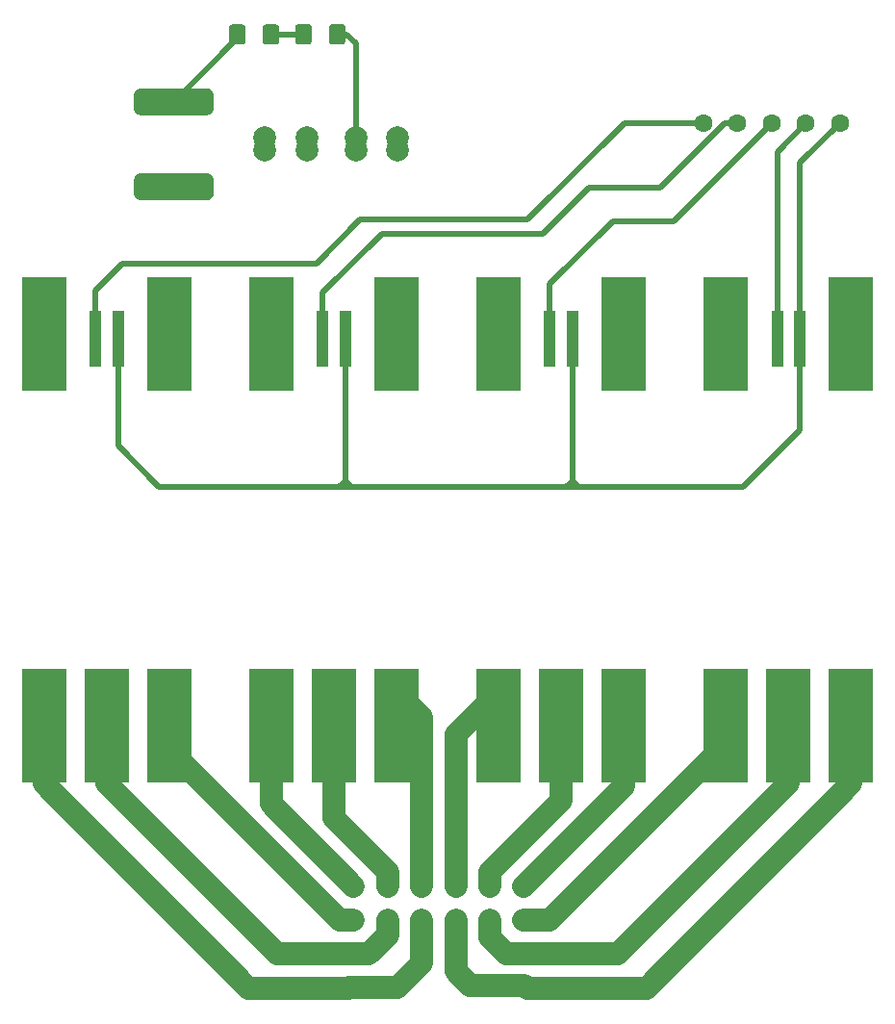
<source format=gtl>
G04 #@! TF.GenerationSoftware,KiCad,Pcbnew,(5.0.2)-1*
G04 #@! TF.CreationDate,2022-03-17T12:51:48+05:30*
G04 #@! TF.ProjectId,4ESC_board,34455343-5f62-46f6-9172-642e6b696361,rev?*
G04 #@! TF.SameCoordinates,Original*
G04 #@! TF.FileFunction,Copper,L1,Top*
G04 #@! TF.FilePolarity,Positive*
%FSLAX46Y46*%
G04 Gerber Fmt 4.6, Leading zero omitted, Abs format (unit mm)*
G04 Created by KiCad (PCBNEW (5.0.2)-1) date 03/17/22 12:51:48*
%MOMM*%
%LPD*%
G01*
G04 APERTURE LIST*
G04 #@! TA.AperFunction,ComponentPad*
%ADD10C,2.000000*%
G04 #@! TD*
G04 #@! TA.AperFunction,Conductor*
%ADD11C,0.100000*%
G04 #@! TD*
G04 #@! TA.AperFunction,SMDPad,CuDef*
%ADD12C,1.425000*%
G04 #@! TD*
G04 #@! TA.AperFunction,ComponentPad*
%ADD13R,4.000000X10.000000*%
G04 #@! TD*
G04 #@! TA.AperFunction,SMDPad,CuDef*
%ADD14R,1.000000X5.000000*%
G04 #@! TD*
G04 #@! TA.AperFunction,ComponentPad*
%ADD15C,1.605000*%
G04 #@! TD*
G04 #@! TA.AperFunction,ComponentPad*
%ADD16C,1.530000*%
G04 #@! TD*
G04 #@! TA.AperFunction,ComponentPad*
%ADD17C,2.350000*%
G04 #@! TD*
G04 #@! TA.AperFunction,Conductor*
%ADD18C,0.500000*%
G04 #@! TD*
G04 #@! TA.AperFunction,Conductor*
%ADD19C,2.000000*%
G04 #@! TD*
G04 APERTURE END LIST*
D10*
G04 #@! TO.P,F1,2*
G04 #@! TO.N,Net-(C1-Pad2)*
X102420000Y-45271200D03*
X102420000Y-46388800D03*
X106119998Y-45271200D03*
X106119998Y-46388800D03*
G04 #@! TO.P,F1,1*
G04 #@! TO.N,/GND*
X110420000Y-45271200D03*
X110420000Y-46388800D03*
X114119997Y-45271200D03*
X114119997Y-46388800D03*
G04 #@! TD*
D11*
G04 #@! TO.N,/GND*
G04 #@! TO.C,R1*
G36*
X109277004Y-35306204D02*
X109301273Y-35309804D01*
X109325071Y-35315765D01*
X109348171Y-35324030D01*
X109370349Y-35334520D01*
X109391393Y-35347133D01*
X109411098Y-35361747D01*
X109429277Y-35378223D01*
X109445753Y-35396402D01*
X109460367Y-35416107D01*
X109472980Y-35437151D01*
X109483470Y-35459329D01*
X109491735Y-35482429D01*
X109497696Y-35506227D01*
X109501296Y-35530496D01*
X109502500Y-35555000D01*
X109502500Y-36805000D01*
X109501296Y-36829504D01*
X109497696Y-36853773D01*
X109491735Y-36877571D01*
X109483470Y-36900671D01*
X109472980Y-36922849D01*
X109460367Y-36943893D01*
X109445753Y-36963598D01*
X109429277Y-36981777D01*
X109411098Y-36998253D01*
X109391393Y-37012867D01*
X109370349Y-37025480D01*
X109348171Y-37035970D01*
X109325071Y-37044235D01*
X109301273Y-37050196D01*
X109277004Y-37053796D01*
X109252500Y-37055000D01*
X108327500Y-37055000D01*
X108302996Y-37053796D01*
X108278727Y-37050196D01*
X108254929Y-37044235D01*
X108231829Y-37035970D01*
X108209651Y-37025480D01*
X108188607Y-37012867D01*
X108168902Y-36998253D01*
X108150723Y-36981777D01*
X108134247Y-36963598D01*
X108119633Y-36943893D01*
X108107020Y-36922849D01*
X108096530Y-36900671D01*
X108088265Y-36877571D01*
X108082304Y-36853773D01*
X108078704Y-36829504D01*
X108077500Y-36805000D01*
X108077500Y-35555000D01*
X108078704Y-35530496D01*
X108082304Y-35506227D01*
X108088265Y-35482429D01*
X108096530Y-35459329D01*
X108107020Y-35437151D01*
X108119633Y-35416107D01*
X108134247Y-35396402D01*
X108150723Y-35378223D01*
X108168902Y-35361747D01*
X108188607Y-35347133D01*
X108209651Y-35334520D01*
X108231829Y-35324030D01*
X108254929Y-35315765D01*
X108278727Y-35309804D01*
X108302996Y-35306204D01*
X108327500Y-35305000D01*
X109252500Y-35305000D01*
X109277004Y-35306204D01*
X109277004Y-35306204D01*
G37*
D12*
G04 #@! TD*
G04 #@! TO.P,R1,1*
G04 #@! TO.N,/GND*
X108790000Y-36180000D03*
D11*
G04 #@! TO.N,Net-(D1-Pad1)*
G04 #@! TO.C,R1*
G36*
X106302004Y-35306204D02*
X106326273Y-35309804D01*
X106350071Y-35315765D01*
X106373171Y-35324030D01*
X106395349Y-35334520D01*
X106416393Y-35347133D01*
X106436098Y-35361747D01*
X106454277Y-35378223D01*
X106470753Y-35396402D01*
X106485367Y-35416107D01*
X106497980Y-35437151D01*
X106508470Y-35459329D01*
X106516735Y-35482429D01*
X106522696Y-35506227D01*
X106526296Y-35530496D01*
X106527500Y-35555000D01*
X106527500Y-36805000D01*
X106526296Y-36829504D01*
X106522696Y-36853773D01*
X106516735Y-36877571D01*
X106508470Y-36900671D01*
X106497980Y-36922849D01*
X106485367Y-36943893D01*
X106470753Y-36963598D01*
X106454277Y-36981777D01*
X106436098Y-36998253D01*
X106416393Y-37012867D01*
X106395349Y-37025480D01*
X106373171Y-37035970D01*
X106350071Y-37044235D01*
X106326273Y-37050196D01*
X106302004Y-37053796D01*
X106277500Y-37055000D01*
X105352500Y-37055000D01*
X105327996Y-37053796D01*
X105303727Y-37050196D01*
X105279929Y-37044235D01*
X105256829Y-37035970D01*
X105234651Y-37025480D01*
X105213607Y-37012867D01*
X105193902Y-36998253D01*
X105175723Y-36981777D01*
X105159247Y-36963598D01*
X105144633Y-36943893D01*
X105132020Y-36922849D01*
X105121530Y-36900671D01*
X105113265Y-36877571D01*
X105107304Y-36853773D01*
X105103704Y-36829504D01*
X105102500Y-36805000D01*
X105102500Y-35555000D01*
X105103704Y-35530496D01*
X105107304Y-35506227D01*
X105113265Y-35482429D01*
X105121530Y-35459329D01*
X105132020Y-35437151D01*
X105144633Y-35416107D01*
X105159247Y-35396402D01*
X105175723Y-35378223D01*
X105193902Y-35361747D01*
X105213607Y-35347133D01*
X105234651Y-35334520D01*
X105256829Y-35324030D01*
X105279929Y-35315765D01*
X105303727Y-35309804D01*
X105327996Y-35306204D01*
X105352500Y-35305000D01*
X106277500Y-35305000D01*
X106302004Y-35306204D01*
X106302004Y-35306204D01*
G37*
D12*
G04 #@! TD*
G04 #@! TO.P,R1,2*
G04 #@! TO.N,Net-(D1-Pad1)*
X105815000Y-36180000D03*
D13*
G04 #@! TO.P,U4,3*
G04 #@! TO.N,/TW4*
X143000000Y-97000000D03*
G04 #@! TO.P,U4,2*
G04 #@! TO.N,/TG4*
X148500000Y-97000000D03*
G04 #@! TO.P,U4,1*
G04 #@! TO.N,/TB4*
X154000000Y-97000000D03*
G04 #@! TO.P,U4,6*
G04 #@! TO.N,/VIN*
X143000000Y-62500000D03*
G04 #@! TO.P,U4,7*
G04 #@! TO.N,/GND*
X154000000Y-62500000D03*
D14*
G04 #@! TO.P,U4,4*
G04 #@! TO.N,/SPEED4*
X147500000Y-63000000D03*
G04 #@! TO.P,U4,5*
G04 #@! TO.N,/MGND*
X149500000Y-63000000D03*
G04 #@! TD*
D13*
G04 #@! TO.P,U3,3*
G04 #@! TO.N,/TW3*
X123000000Y-97000000D03*
G04 #@! TO.P,U3,2*
G04 #@! TO.N,/TG3*
X128500000Y-97000000D03*
G04 #@! TO.P,U3,1*
G04 #@! TO.N,/TB3*
X134000000Y-97000000D03*
G04 #@! TO.P,U3,6*
G04 #@! TO.N,/VIN*
X123000000Y-62500000D03*
G04 #@! TO.P,U3,7*
G04 #@! TO.N,/GND*
X134000000Y-62500000D03*
D14*
G04 #@! TO.P,U3,4*
G04 #@! TO.N,/SPEED3*
X127500000Y-63000000D03*
G04 #@! TO.P,U3,5*
G04 #@! TO.N,/MGND*
X129500000Y-63000000D03*
G04 #@! TD*
D13*
G04 #@! TO.P,U2,3*
G04 #@! TO.N,/TW2*
X103000000Y-97000000D03*
G04 #@! TO.P,U2,2*
G04 #@! TO.N,/TG2*
X108500000Y-97000000D03*
G04 #@! TO.P,U2,1*
G04 #@! TO.N,/TB2*
X114000000Y-97000000D03*
G04 #@! TO.P,U2,6*
G04 #@! TO.N,/VIN*
X103000000Y-62500000D03*
G04 #@! TO.P,U2,7*
G04 #@! TO.N,/GND*
X114000000Y-62500000D03*
D14*
G04 #@! TO.P,U2,4*
G04 #@! TO.N,/SPEED2*
X107500000Y-63000000D03*
G04 #@! TO.P,U2,5*
G04 #@! TO.N,/MGND*
X109500000Y-63000000D03*
G04 #@! TD*
D13*
G04 #@! TO.P,U1,3*
G04 #@! TO.N,/TW1*
X83000000Y-97000000D03*
G04 #@! TO.P,U1,2*
G04 #@! TO.N,/TG1*
X88500000Y-97000000D03*
G04 #@! TO.P,U1,1*
G04 #@! TO.N,/TB1*
X94000000Y-97000000D03*
G04 #@! TO.P,U1,6*
G04 #@! TO.N,/VIN*
X83000000Y-62500000D03*
G04 #@! TO.P,U1,7*
G04 #@! TO.N,/GND*
X94000000Y-62500000D03*
D14*
G04 #@! TO.P,U1,4*
G04 #@! TO.N,/SPEED1*
X87500000Y-63000000D03*
G04 #@! TO.P,U1,5*
G04 #@! TO.N,/MGND*
X89500000Y-63000000D03*
G04 #@! TD*
D15*
G04 #@! TO.P,C2,1*
G04 #@! TO.N,/SPEED1*
X141000000Y-44000000D03*
G04 #@! TO.P,C2,2*
G04 #@! TO.N,/SPEED2*
X144000000Y-44000000D03*
G04 #@! TO.P,C2,3*
G04 #@! TO.N,/SPEED3*
X147000000Y-44000000D03*
G04 #@! TO.P,C2,4*
G04 #@! TO.N,/SPEED4*
X150000000Y-44000000D03*
G04 #@! TO.P,C2,5*
G04 #@! TO.N,/MGND*
X153000000Y-44000000D03*
G04 #@! TD*
D16*
G04 #@! TO.P,C3,1*
G04 #@! TO.N,/TW4*
X125222000Y-114096800D03*
G04 #@! TO.P,C3,2*
G04 #@! TO.N,/TG4*
X122222000Y-114096800D03*
G04 #@! TO.P,C3,3*
G04 #@! TO.N,/TB4*
X119222000Y-114096800D03*
G04 #@! TO.P,C3,4*
G04 #@! TO.N,/TW1*
X116222000Y-114096800D03*
G04 #@! TO.P,C3,5*
G04 #@! TO.N,/TG1*
X113222000Y-114096800D03*
G04 #@! TO.P,C3,6*
G04 #@! TO.N,/TB1*
X110222000Y-114096800D03*
G04 #@! TO.P,C3,7*
G04 #@! TO.N,/TB3*
X125222000Y-111096800D03*
G04 #@! TO.P,C3,8*
G04 #@! TO.N,/TG3*
X122222000Y-111096800D03*
G04 #@! TO.P,C3,9*
G04 #@! TO.N,/TW3*
X119222000Y-111096800D03*
G04 #@! TO.P,C3,10*
G04 #@! TO.N,/TB2*
X116222000Y-111096800D03*
G04 #@! TO.P,C3,11*
G04 #@! TO.N,/TG2*
X113222000Y-111096800D03*
G04 #@! TO.P,C3,12*
G04 #@! TO.N,/TW2*
X110222000Y-111096800D03*
G04 #@! TD*
D11*
G04 #@! TO.N,/VIN*
G04 #@! TO.C,D1*
G36*
X100472004Y-35316204D02*
X100496273Y-35319804D01*
X100520071Y-35325765D01*
X100543171Y-35334030D01*
X100565349Y-35344520D01*
X100586393Y-35357133D01*
X100606098Y-35371747D01*
X100624277Y-35388223D01*
X100640753Y-35406402D01*
X100655367Y-35426107D01*
X100667980Y-35447151D01*
X100678470Y-35469329D01*
X100686735Y-35492429D01*
X100692696Y-35516227D01*
X100696296Y-35540496D01*
X100697500Y-35565000D01*
X100697500Y-36815000D01*
X100696296Y-36839504D01*
X100692696Y-36863773D01*
X100686735Y-36887571D01*
X100678470Y-36910671D01*
X100667980Y-36932849D01*
X100655367Y-36953893D01*
X100640753Y-36973598D01*
X100624277Y-36991777D01*
X100606098Y-37008253D01*
X100586393Y-37022867D01*
X100565349Y-37035480D01*
X100543171Y-37045970D01*
X100520071Y-37054235D01*
X100496273Y-37060196D01*
X100472004Y-37063796D01*
X100447500Y-37065000D01*
X99522500Y-37065000D01*
X99497996Y-37063796D01*
X99473727Y-37060196D01*
X99449929Y-37054235D01*
X99426829Y-37045970D01*
X99404651Y-37035480D01*
X99383607Y-37022867D01*
X99363902Y-37008253D01*
X99345723Y-36991777D01*
X99329247Y-36973598D01*
X99314633Y-36953893D01*
X99302020Y-36932849D01*
X99291530Y-36910671D01*
X99283265Y-36887571D01*
X99277304Y-36863773D01*
X99273704Y-36839504D01*
X99272500Y-36815000D01*
X99272500Y-35565000D01*
X99273704Y-35540496D01*
X99277304Y-35516227D01*
X99283265Y-35492429D01*
X99291530Y-35469329D01*
X99302020Y-35447151D01*
X99314633Y-35426107D01*
X99329247Y-35406402D01*
X99345723Y-35388223D01*
X99363902Y-35371747D01*
X99383607Y-35357133D01*
X99404651Y-35344520D01*
X99426829Y-35334030D01*
X99449929Y-35325765D01*
X99473727Y-35319804D01*
X99497996Y-35316204D01*
X99522500Y-35315000D01*
X100447500Y-35315000D01*
X100472004Y-35316204D01*
X100472004Y-35316204D01*
G37*
D12*
G04 #@! TD*
G04 #@! TO.P,D1,2*
G04 #@! TO.N,/VIN*
X99985000Y-36190000D03*
D11*
G04 #@! TO.N,Net-(D1-Pad1)*
G04 #@! TO.C,D1*
G36*
X103447004Y-35316204D02*
X103471273Y-35319804D01*
X103495071Y-35325765D01*
X103518171Y-35334030D01*
X103540349Y-35344520D01*
X103561393Y-35357133D01*
X103581098Y-35371747D01*
X103599277Y-35388223D01*
X103615753Y-35406402D01*
X103630367Y-35426107D01*
X103642980Y-35447151D01*
X103653470Y-35469329D01*
X103661735Y-35492429D01*
X103667696Y-35516227D01*
X103671296Y-35540496D01*
X103672500Y-35565000D01*
X103672500Y-36815000D01*
X103671296Y-36839504D01*
X103667696Y-36863773D01*
X103661735Y-36887571D01*
X103653470Y-36910671D01*
X103642980Y-36932849D01*
X103630367Y-36953893D01*
X103615753Y-36973598D01*
X103599277Y-36991777D01*
X103581098Y-37008253D01*
X103561393Y-37022867D01*
X103540349Y-37035480D01*
X103518171Y-37045970D01*
X103495071Y-37054235D01*
X103471273Y-37060196D01*
X103447004Y-37063796D01*
X103422500Y-37065000D01*
X102497500Y-37065000D01*
X102472996Y-37063796D01*
X102448727Y-37060196D01*
X102424929Y-37054235D01*
X102401829Y-37045970D01*
X102379651Y-37035480D01*
X102358607Y-37022867D01*
X102338902Y-37008253D01*
X102320723Y-36991777D01*
X102304247Y-36973598D01*
X102289633Y-36953893D01*
X102277020Y-36932849D01*
X102266530Y-36910671D01*
X102258265Y-36887571D01*
X102252304Y-36863773D01*
X102248704Y-36839504D01*
X102247500Y-36815000D01*
X102247500Y-35565000D01*
X102248704Y-35540496D01*
X102252304Y-35516227D01*
X102258265Y-35492429D01*
X102266530Y-35469329D01*
X102277020Y-35447151D01*
X102289633Y-35426107D01*
X102304247Y-35406402D01*
X102320723Y-35388223D01*
X102338902Y-35371747D01*
X102358607Y-35357133D01*
X102379651Y-35344520D01*
X102401829Y-35334030D01*
X102424929Y-35325765D01*
X102448727Y-35319804D01*
X102472996Y-35316204D01*
X102497500Y-35315000D01*
X103422500Y-35315000D01*
X103447004Y-35316204D01*
X103447004Y-35316204D01*
G37*
D12*
G04 #@! TD*
G04 #@! TO.P,D1,1*
G04 #@! TO.N,Net-(D1-Pad1)*
X102960000Y-36190000D03*
D11*
G04 #@! TO.N,Net-(C1-Pad2)*
G04 #@! TO.C,C1*
G36*
X97381885Y-48414829D02*
X97438916Y-48423289D01*
X97494842Y-48437298D01*
X97549127Y-48456721D01*
X97601246Y-48481371D01*
X97650698Y-48511012D01*
X97697006Y-48545356D01*
X97739725Y-48584075D01*
X97778444Y-48626794D01*
X97812788Y-48673102D01*
X97842429Y-48722554D01*
X97867079Y-48774673D01*
X97886502Y-48828958D01*
X97900511Y-48884884D01*
X97908971Y-48941915D01*
X97911800Y-48999500D01*
X97911800Y-50174500D01*
X97908971Y-50232085D01*
X97900511Y-50289116D01*
X97886502Y-50345042D01*
X97867079Y-50399327D01*
X97842429Y-50451446D01*
X97812788Y-50500898D01*
X97778444Y-50547206D01*
X97739725Y-50589925D01*
X97697006Y-50628644D01*
X97650698Y-50662988D01*
X97601246Y-50692629D01*
X97549127Y-50717279D01*
X97494842Y-50736702D01*
X97438916Y-50750711D01*
X97381885Y-50759171D01*
X97324300Y-50762000D01*
X91499300Y-50762000D01*
X91441715Y-50759171D01*
X91384684Y-50750711D01*
X91328758Y-50736702D01*
X91274473Y-50717279D01*
X91222354Y-50692629D01*
X91172902Y-50662988D01*
X91126594Y-50628644D01*
X91083875Y-50589925D01*
X91045156Y-50547206D01*
X91010812Y-50500898D01*
X90981171Y-50451446D01*
X90956521Y-50399327D01*
X90937098Y-50345042D01*
X90923089Y-50289116D01*
X90914629Y-50232085D01*
X90911800Y-50174500D01*
X90911800Y-48999500D01*
X90914629Y-48941915D01*
X90923089Y-48884884D01*
X90937098Y-48828958D01*
X90956521Y-48774673D01*
X90981171Y-48722554D01*
X91010812Y-48673102D01*
X91045156Y-48626794D01*
X91083875Y-48584075D01*
X91126594Y-48545356D01*
X91172902Y-48511012D01*
X91222354Y-48481371D01*
X91274473Y-48456721D01*
X91328758Y-48437298D01*
X91384684Y-48423289D01*
X91441715Y-48414829D01*
X91499300Y-48412000D01*
X97324300Y-48412000D01*
X97381885Y-48414829D01*
X97381885Y-48414829D01*
G37*
D17*
G04 #@! TD*
G04 #@! TO.P,C1,2*
G04 #@! TO.N,Net-(C1-Pad2)*
X94411800Y-49587000D03*
D11*
G04 #@! TO.N,/VIN*
G04 #@! TO.C,C1*
G36*
X97381885Y-40934829D02*
X97438916Y-40943289D01*
X97494842Y-40957298D01*
X97549127Y-40976721D01*
X97601246Y-41001371D01*
X97650698Y-41031012D01*
X97697006Y-41065356D01*
X97739725Y-41104075D01*
X97778444Y-41146794D01*
X97812788Y-41193102D01*
X97842429Y-41242554D01*
X97867079Y-41294673D01*
X97886502Y-41348958D01*
X97900511Y-41404884D01*
X97908971Y-41461915D01*
X97911800Y-41519500D01*
X97911800Y-42694500D01*
X97908971Y-42752085D01*
X97900511Y-42809116D01*
X97886502Y-42865042D01*
X97867079Y-42919327D01*
X97842429Y-42971446D01*
X97812788Y-43020898D01*
X97778444Y-43067206D01*
X97739725Y-43109925D01*
X97697006Y-43148644D01*
X97650698Y-43182988D01*
X97601246Y-43212629D01*
X97549127Y-43237279D01*
X97494842Y-43256702D01*
X97438916Y-43270711D01*
X97381885Y-43279171D01*
X97324300Y-43282000D01*
X91499300Y-43282000D01*
X91441715Y-43279171D01*
X91384684Y-43270711D01*
X91328758Y-43256702D01*
X91274473Y-43237279D01*
X91222354Y-43212629D01*
X91172902Y-43182988D01*
X91126594Y-43148644D01*
X91083875Y-43109925D01*
X91045156Y-43067206D01*
X91010812Y-43020898D01*
X90981171Y-42971446D01*
X90956521Y-42919327D01*
X90937098Y-42865042D01*
X90923089Y-42809116D01*
X90914629Y-42752085D01*
X90911800Y-42694500D01*
X90911800Y-41519500D01*
X90914629Y-41461915D01*
X90923089Y-41404884D01*
X90937098Y-41348958D01*
X90956521Y-41294673D01*
X90981171Y-41242554D01*
X91010812Y-41193102D01*
X91045156Y-41146794D01*
X91083875Y-41104075D01*
X91126594Y-41065356D01*
X91172902Y-41031012D01*
X91222354Y-41001371D01*
X91274473Y-40976721D01*
X91328758Y-40957298D01*
X91384684Y-40943289D01*
X91441715Y-40934829D01*
X91499300Y-40932000D01*
X97324300Y-40932000D01*
X97381885Y-40934829D01*
X97381885Y-40934829D01*
G37*
D17*
G04 #@! TD*
G04 #@! TO.P,C1,1*
G04 #@! TO.N,/VIN*
X94411800Y-42107000D03*
D18*
G04 #@! TO.N,/GND*
X110420000Y-43856987D02*
X110420000Y-45271200D01*
X110420000Y-36997500D02*
X110420000Y-43856987D01*
X108790000Y-36180000D02*
X109602500Y-36180000D01*
X109602500Y-36180000D02*
X110420000Y-36997500D01*
G04 #@! TO.N,/VIN*
X99985000Y-36533800D02*
X99985000Y-36190000D01*
X94411800Y-42107000D02*
X99985000Y-36533800D01*
G04 #@! TO.N,/SPEED1*
X87500000Y-58720000D02*
X87500000Y-63000000D01*
X141000000Y-44000000D02*
X134040000Y-44000000D01*
X134040000Y-44000000D02*
X125540000Y-52500000D01*
X125540000Y-52500000D02*
X110820000Y-52500000D01*
X106990000Y-56330000D02*
X89890000Y-56330000D01*
X110820000Y-52500000D02*
X106990000Y-56330000D01*
X89890000Y-56330000D02*
X87500000Y-58720000D01*
G04 #@! TO.N,/SPEED2*
X142865094Y-44000000D02*
X137205094Y-49660000D01*
X144000000Y-44000000D02*
X142865094Y-44000000D01*
X137205094Y-49660000D02*
X130910000Y-49660000D01*
X130910000Y-49660000D02*
X126850000Y-53720000D01*
X126850000Y-53720000D02*
X112700000Y-53720000D01*
X107500000Y-58920000D02*
X107500000Y-63000000D01*
X112700000Y-53720000D02*
X107500000Y-58920000D01*
G04 #@! TO.N,/SPEED3*
X138380000Y-52620000D02*
X133040000Y-52620000D01*
X147000000Y-44000000D02*
X138380000Y-52620000D01*
X127500000Y-58160000D02*
X127500000Y-63000000D01*
X133040000Y-52620000D02*
X127500000Y-58160000D01*
G04 #@! TO.N,/SPEED4*
X147500000Y-46500000D02*
X147500000Y-63000000D01*
X150000000Y-44000000D02*
X147500000Y-46500000D01*
G04 #@! TO.N,/MGND*
X149500000Y-47500000D02*
X149500000Y-63000000D01*
X153000000Y-44000000D02*
X149500000Y-47500000D01*
X89500000Y-63000000D02*
X89500000Y-72400000D01*
X89500000Y-72400000D02*
X93110000Y-76010000D01*
X149500000Y-71000000D02*
X149500000Y-63000000D01*
X144490000Y-76010000D02*
X149500000Y-71000000D01*
X129500000Y-75980000D02*
X129470000Y-76010000D01*
X109500000Y-75970000D02*
X109460000Y-76010000D01*
X108940000Y-76010000D02*
X109500000Y-75450000D01*
X108820000Y-76010000D02*
X108940000Y-76010000D01*
X109500000Y-75450000D02*
X109500000Y-75970000D01*
X109500000Y-63000000D02*
X109500000Y-75450000D01*
X108820000Y-76010000D02*
X109460000Y-76010000D01*
X93110000Y-76010000D02*
X108820000Y-76010000D01*
X109500000Y-75490000D02*
X110020000Y-76010000D01*
X109500000Y-75450000D02*
X109500000Y-75490000D01*
X109460000Y-76010000D02*
X110020000Y-76010000D01*
X128950000Y-76010000D02*
X129500000Y-75460000D01*
X128760000Y-76010000D02*
X128950000Y-76010000D01*
X129500000Y-75460000D02*
X129500000Y-75980000D01*
X129500000Y-63000000D02*
X129500000Y-75460000D01*
X128760000Y-76010000D02*
X129470000Y-76010000D01*
X110020000Y-76010000D02*
X128760000Y-76010000D01*
X129500000Y-75500000D02*
X130010000Y-76010000D01*
X129500000Y-75460000D02*
X129500000Y-75500000D01*
X129470000Y-76010000D02*
X130010000Y-76010000D01*
X130010000Y-76010000D02*
X144490000Y-76010000D01*
D19*
G04 #@! TO.N,/TB3*
X134000000Y-94000000D02*
X134000000Y-102318800D01*
X134000000Y-102318800D02*
X125222000Y-111096800D01*
G04 #@! TO.N,/TG3*
X122222000Y-110014927D02*
X122222000Y-111096800D01*
X122222000Y-109854146D02*
X122222000Y-110014927D01*
X128500000Y-94000000D02*
X128500000Y-103576146D01*
X128500000Y-103576146D02*
X122222000Y-109854146D01*
G04 #@! TO.N,/TW3*
X119222000Y-97778000D02*
X119222000Y-111096800D01*
X123000000Y-94000000D02*
X119222000Y-97778000D01*
G04 #@! TO.N,/TB2*
X116222000Y-96222000D02*
X116222000Y-111096800D01*
X114000000Y-94000000D02*
X116222000Y-96222000D01*
G04 #@! TO.N,/TG2*
X113222000Y-110014927D02*
X113222000Y-111096800D01*
X113222000Y-109854146D02*
X113222000Y-110014927D01*
X108500000Y-94000000D02*
X108500000Y-105132146D01*
X108500000Y-105132146D02*
X113222000Y-109854146D01*
G04 #@! TO.N,/TW2*
X103000000Y-103874800D02*
X110222000Y-111096800D01*
X103000000Y-94000000D02*
X103000000Y-103874800D01*
G04 #@! TO.N,/TW4*
X126303873Y-114096800D02*
X125222000Y-114096800D01*
X127503202Y-114096800D02*
X126303873Y-114096800D01*
X143000000Y-94000000D02*
X143000000Y-98600002D01*
X143000000Y-98600002D02*
X127503202Y-114096800D01*
G04 #@! TO.N,/TG4*
X122222000Y-115178673D02*
X122222000Y-114096800D01*
X122222000Y-115659000D02*
X122222000Y-115178673D01*
X123659810Y-117096810D02*
X122222000Y-115659000D01*
X133503192Y-117096810D02*
X123659810Y-117096810D01*
X148500000Y-94000000D02*
X148500000Y-102100002D01*
X148500000Y-102100002D02*
X133503192Y-117096810D01*
G04 #@! TO.N,/TB4*
X136003182Y-120096820D02*
X125526800Y-120096820D01*
X154000000Y-94000000D02*
X154000000Y-102100002D01*
X154000000Y-102100002D02*
X136003182Y-120096820D01*
X125526800Y-120096820D02*
X125712022Y-120096820D01*
X125267180Y-119837200D02*
X120446800Y-119837200D01*
X125526800Y-120096820D02*
X125267180Y-119837200D01*
X119222000Y-118612400D02*
X119222000Y-114096800D01*
X120446800Y-119837200D02*
X119222000Y-118612400D01*
G04 #@! TO.N,/TW1*
X116222000Y-117938798D02*
X116222000Y-114096800D01*
X83000000Y-102100002D02*
X100996818Y-120096820D01*
X83000000Y-94000000D02*
X83000000Y-102100002D01*
X100996818Y-120096820D02*
X109731978Y-120096820D01*
X109731978Y-120096820D02*
X109801999Y-120026799D01*
X109801999Y-120026799D02*
X114133999Y-120026799D01*
X114133999Y-120026799D02*
X116222000Y-117938798D01*
G04 #@! TO.N,/TG1*
X113222000Y-115178673D02*
X113222000Y-114096800D01*
X113222000Y-115454200D02*
X113222000Y-115178673D01*
X111579390Y-117096810D02*
X113222000Y-115454200D01*
X103496808Y-117096810D02*
X111579390Y-117096810D01*
X88500000Y-94000000D02*
X88500000Y-102100002D01*
X88500000Y-102100002D02*
X103496808Y-117096810D01*
G04 #@! TO.N,/TB1*
X109140127Y-114096800D02*
X110222000Y-114096800D01*
X108979346Y-114096800D02*
X109140127Y-114096800D01*
X94000000Y-94000000D02*
X94000000Y-99117454D01*
X94000000Y-99117454D02*
X108979346Y-114096800D01*
D18*
G04 #@! TO.N,Net-(D1-Pad1)*
X105805000Y-36190000D02*
X105815000Y-36180000D01*
X102960000Y-36190000D02*
X105805000Y-36190000D01*
G04 #@! TD*
M02*

</source>
